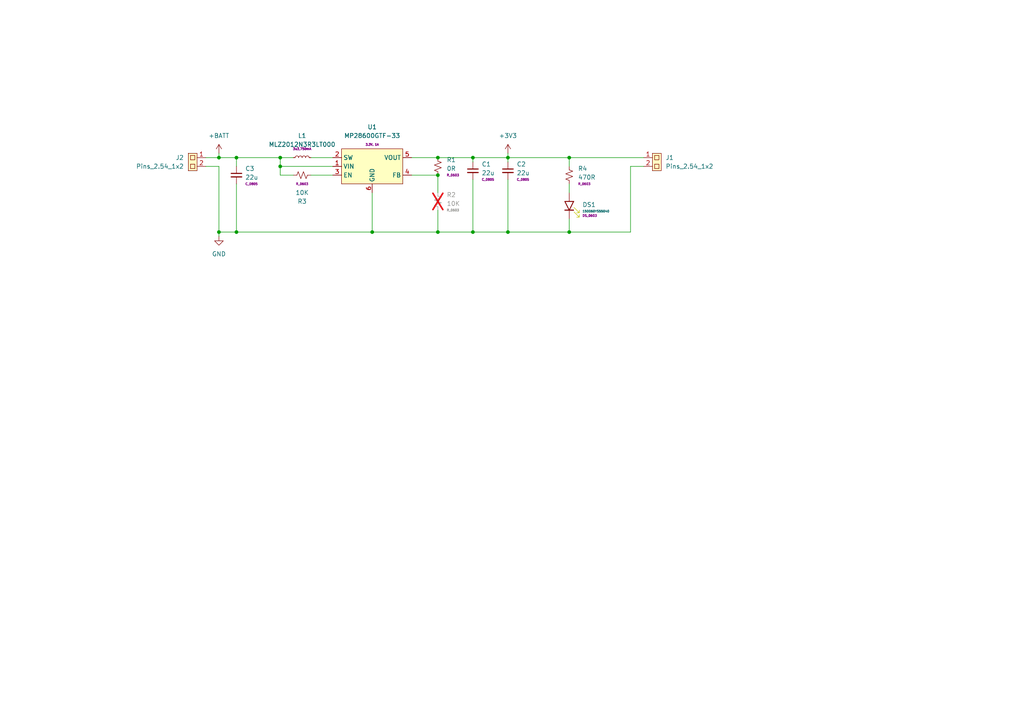
<source format=kicad_sch>
(kicad_sch (version 20230121) (generator eeschema)
  (paper "A4")
  (lib_symbols
    (symbol "C_Capacitor:C_0805" (pin_numbers hide) (pin_names (offset 1.016))
      (property "Reference" "C" (at 3.175 1.905 0))
      (property "Value" "100n" (at 5.08 0 0))
      (property "Size" "C_0805" (at 4.445 -1.905 0))
      (symbol "C_0805_1_1"
        (polyline (pts (xy -1.524 -0.508) (xy 1.524 -0.508)) (stroke (width 0.3302)))
        (polyline (pts (xy -1.524 0.508) (xy 1.524 0.508)) (stroke (width 0.3048)))
        (pin passive line (at 0 2.54 270) (length 2.032) (name "~") (number "1"))
        (pin passive line (at 0 -2.54 90) (length 2.032) (name "~") (number "2"))
      )
    )
    (symbol "DS_LED:150060YS55040" (pin_numbers hide) (pin_names (offset 1.016) hide)
      (property "Reference" "DS" (at 0 2.54 0))
      (property "Value" "150060YS55040" (at 0 -5.08 0))
      (property "Size" "DS_0603" (at 0 -3.81 0))
      (symbol "150060YS55040_1_1"
        (polyline (pts (xy -1.27 -1.27) (xy -1.27 1.27)) (stroke (width 0.254)))
        (polyline (pts (xy -1.27 -1.27) (xy -1.27 1.27)) (stroke (width 0.254)))
        (polyline (pts (xy 1.27 -1.27) (xy 1.27 1.27) (xy -1.27 0) (xy 1.27 -1.27)) (stroke (width 0.254)))
        (polyline (pts (xy -1.778 -1.397) (xy -3.302 -2.921) (xy -2.54 -2.921) (xy -3.302 -2.921) (xy -3.302 -2.159)) (stroke (width 0) (color 194 194 0 1)))
        (polyline (pts (xy -0.508 -1.397) (xy -2.032 -2.921) (xy -1.27 -2.921) (xy -2.032 -2.921) (xy -2.032 -2.159)) (stroke (width 0) (color 194 194 0 1)))
        (pin passive line (at -3.81 0 0) (length 2.54) (name "K") (number "1"))
        (pin passive line (at 3.81 0 180) (length 2.54) (name "A") (number "2"))
      )
    )
    (symbol "J_Connector:Pins_2.54_1x2" (pin_names hide)
      (property "Reference" "J" (at -1.27 6.35 0))
      (property "Value" "Pins_2.54_1x2" (at 0 -1.27 0))
      (symbol "Pins_2.54_1x2_0_1"
        (rectangle (start -1.27 5.08) (end 1.27 0) (stroke (width 0.1524)) (fill (type background)))
        (rectangle (start -0.635 1.905) (end 0.635 0.635) (stroke (width 0.1524)))
        (rectangle (start -0.635 4.445) (end 0.635 3.175) (stroke (width 0.1524)))
      )
      (symbol "Pins_2.54_1x2_1_1"
        (pin passive line (at -3.81 3.81 0) (length 2.54) (name "1") (number "1"))
        (pin passive line (at -3.81 1.27 0) (length 2.54) (name "2") (number "2"))
      )
    )
    (symbol "L_Inductor:MLZ2012M2R2HT000" (pin_numbers hide) (pin_names hide)
      (property "Reference" "L" (at 1.905 1.27 0))
      (property "Value" "MLZ2012M2R2HT000" (at 1.27 -1.27 0))
      (property "Params" "2u2,400mA" (at 1.27 -2.54 0))
      (symbol "MLZ2012M2R2HT000_0_1"
        (arc (start 0 -2.032) (mid 0.5058 -1.524) (end 0 -1.016))
        (arc (start 0 -1.016) (mid 0.5058 -0.508) (end 0 0))
        (arc (start 0 0) (mid 0.5058 0.508) (end 0 1.016))
        (arc (start 0 1.016) (mid 0.5058 1.524) (end 0 2.032))
      )
      (symbol "MLZ2012M2R2HT000_1_1"
        (pin passive line (at 0 2.54 270) (length 0.508) (name "~") (number "1"))
        (pin passive line (at 0 -2.54 90) (length 0.508) (name "~") (number "2"))
      )
    )
    (symbol "R_Resistor:R_0603" (pin_numbers hide) (pin_names (offset 1.016))
      (property "Reference" "R" (at 2.54 1.905 0))
      (property "Value" "10K" (at 3.81 0 0))
      (property "Size" "R_0603" (at 3.81 -1.905 0))
      (symbol "R_0603_1_1"
        (polyline (pts (xy 0 0) (xy 1.016 -0.381) (xy 0 -0.762) (xy -1.016 -1.143) (xy 0 -1.524)))
        (polyline (pts (xy 0 1.524) (xy 1.016 1.143) (xy 0 0.762) (xy -1.016 0.381) (xy 0 0)))
        (pin passive line (at 0 2.54 270) (length 1.016) (name "~") (number "1"))
        (pin passive line (at 0 -2.54 90) (length 1.016) (name "~") (number "2"))
      )
    )
    (symbol "U_Power:MP28600GTF-33"
      (property "Reference" "U" (at -7.62 11.43 0))
      (property "Value" "MP28600GTF-33" (at 11.43 -1.27 0))
      (property "Params" "3.3V, 1A" (at 6.35 -2.54 0))
      (symbol "MP28600GTF-33_0_1"
        (rectangle (start -8.89 10.16) (end 8.89 0) (stroke (width 0.1524)) (fill (type background)))
      )
      (symbol "MP28600GTF-33_1_1"
        (pin power_in line (at -11.43 5.08 0) (length 2.54) (name "VIN") (number "1"))
        (pin passive line (at -11.43 7.62 0) (length 2.54) (name "SW") (number "2"))
        (pin input line (at -11.43 2.54 0) (length 2.54) (name "EN") (number "3"))
        (pin input line (at 11.43 2.54 180) (length 2.54) (name "FB") (number "4"))
        (pin power_out line (at 11.43 7.62 180) (length 2.54) (name "VOUT") (number "5"))
        (pin power_in line (at 0 -2.54 90) (length 2.54) (name "GND") (number "6"))
      )
    )
    (symbol "power:+3V3" (power) (pin_names (offset 0))
      (property "Value" "+3V3" (at 0 3.556 0))
      (symbol "+3V3_0_1"
        (polyline (pts (xy -0.762 1.27) (xy 0 2.54)))
        (polyline (pts (xy 0 0) (xy 0 2.54)))
        (polyline (pts (xy 0 2.54) (xy 0.762 1.27)))
      )
      (symbol "+3V3_1_1"
        (pin power_in line (at 0 0 90) (length 0) hide (name "+3V3") (number "1"))
      )
    )
    (symbol "power:+BATT" (power) (pin_names (offset 0))
      (property "Value" "+BATT" (at 0 3.556 0))
      (symbol "+BATT_0_1"
        (polyline (pts (xy -0.762 1.27) (xy 0 2.54)))
        (polyline (pts (xy 0 0) (xy 0 2.54)))
        (polyline (pts (xy 0 2.54) (xy 0.762 1.27)))
      )
      (symbol "+BATT_1_1"
        (pin power_in line (at 0 0 90) (length 0) hide (name "+BATT") (number "1"))
      )
    )
    (symbol "power:GND" (power) (pin_names (offset 0))
      (property "Value" "GND" (at 0 -3.81 0))
      (symbol "GND_0_1"
        (polyline (pts (xy 0 0) (xy 0 -1.27) (xy 1.27 -1.27) (xy 0 -2.54) (xy -1.27 -1.27) (xy 0 -1.27)))
      )
      (symbol "GND_1_1"
        (pin power_in line (at 0 0 270) (length 0) hide (name "GND") (number "1"))
      )
    )
  )
  (junction (at 165.1 45.72))
  (junction (at 63.5 67.31))
  (junction (at 68.58 45.72))
  (junction (at 107.95 67.31))
  (junction (at 147.32 45.72))
  (junction (at 81.28 48.26))
  (junction (at 127 50.8))
  (junction (at 165.1 67.31))
  (junction (at 127 67.31))
  (junction (at 68.58 67.31))
  (junction (at 63.5 45.72))
  (junction (at 127 45.72))
  (junction (at 137.16 67.31))
  (junction (at 147.32 67.31))
  (junction (at 137.16 45.72))
  (junction (at 81.28 45.72))
  (wire (pts (xy 68.58 67.31) (xy 107.95 67.31)))
  (wire (pts (xy 147.32 45.72) (xy 165.1 45.72)))
  (wire (pts (xy 59.69 45.72) (xy 63.5 45.72)))
  (wire (pts (xy 68.58 48.26) (xy 68.58 45.72)))
  (wire (pts (xy 63.5 67.31) (xy 63.5 68.58)))
  (wire (pts (xy 68.58 45.72) (xy 81.28 45.72)))
  (wire (pts (xy 137.16 45.72) (xy 147.32 45.72)))
  (wire (pts (xy 59.69 48.26) (xy 63.5 48.26)))
  (wire (pts (xy 147.32 67.31) (xy 137.16 67.31)))
  (wire (pts (xy 165.1 45.72) (xy 186.69 45.72)))
  (wire (pts (xy 127 50.8) (xy 127 55.88)))
  (wire (pts (xy 63.5 44.45) (xy 63.5 45.72)))
  (wire (pts (xy 147.32 52.07) (xy 147.32 67.31)))
  (wire (pts (xy 147.32 44.45) (xy 147.32 45.72)))
  (wire (pts (xy 165.1 67.31) (xy 147.32 67.31)))
  (wire (pts (xy 96.52 48.26) (xy 81.28 48.26)))
  (wire (pts (xy 81.28 45.72) (xy 85.09 45.72)))
  (wire (pts (xy 186.69 48.26) (xy 182.88 48.26)))
  (wire (pts (xy 81.28 50.8) (xy 85.09 50.8)))
  (wire (pts (xy 165.1 45.72) (xy 165.1 48.26)))
  (wire (pts (xy 107.95 55.88) (xy 107.95 67.31)))
  (wire (pts (xy 119.38 50.8) (xy 127 50.8)))
  (wire (pts (xy 127 60.96) (xy 127 67.31)))
  (wire (pts (xy 63.5 48.26) (xy 63.5 67.31)))
  (wire (pts (xy 165.1 53.34) (xy 165.1 55.88)))
  (wire (pts (xy 137.16 52.07) (xy 137.16 67.31)))
  (wire (pts (xy 137.16 67.31) (xy 127 67.31)))
  (wire (pts (xy 127 67.31) (xy 107.95 67.31)))
  (wire (pts (xy 68.58 53.34) (xy 68.58 67.31)))
  (wire (pts (xy 165.1 63.5) (xy 165.1 67.31)))
  (wire (pts (xy 182.88 67.31) (xy 165.1 67.31)))
  (wire (pts (xy 127 45.72) (xy 137.16 45.72)))
  (wire (pts (xy 63.5 67.31) (xy 68.58 67.31)))
  (wire (pts (xy 137.16 45.72) (xy 137.16 46.99)))
  (wire (pts (xy 81.28 48.26) (xy 81.28 50.8)))
  (wire (pts (xy 182.88 48.26) (xy 182.88 67.31)))
  (wire (pts (xy 90.17 45.72) (xy 96.52 45.72)))
  (wire (pts (xy 119.38 45.72) (xy 127 45.72)))
  (wire (pts (xy 147.32 45.72) (xy 147.32 46.99)))
  (wire (pts (xy 63.5 45.72) (xy 68.58 45.72)))
  (wire (pts (xy 90.17 50.8) (xy 96.52 50.8)))
  (wire (pts (xy 81.28 48.26) (xy 81.28 45.72)))
  (symbol (lib_id "C_Capacitor:C_0805") (at 137.16 49.53 0) (unit 1)
    (property "Reference" "C1" (at 139.7 47.6313 0) (effects (justify left)))
    (property "Value" "22u" (at 139.7 50.1713 0) (effects (justify left)))
    (property "Footprint" "C_Capacitor:C_0805" (effects hide))
    (property "Size" "C_0805" (at 139.7 52.0763 0) (effects (font (size 0.635 0.635)) (justify left)))
  )
  (symbol (lib_id "DS_LED:150060YS55040") (at 165.1 59.69 90) (unit 1)
    (property "Reference" "DS1" (at 168.91 59.3725 90) (effects (justify right)))
    (property "Value" "150060YS55040" (at 168.91 61.2775 90) (effects (font (size 0.63 0.63)) (justify right)))
    (property "Footprint" "DS_LED:DS_0603" (effects hide))
    (property "Datasheet" "https://www.we-online.com/katalog/datasheet/150060YS55040.pdf" (effects hide))
    (property "Size" "DS_0603" (at 168.91 62.5475 90) (effects (font (size 0.635 0.635)) (justify right)))
  )
  (symbol (lib_id "power:GND") (at 63.5 68.58 0) (unit 1)
    (property "Reference" "#PWR01" (effects hide))
    (property "Value" "GND" (at 63.5 73.66 0))
  )
  (symbol (lib_id "J_Connector:Pins_2.54_1x2") (at 55.88 49.53 0) (mirror y) (unit 1)
    (property "Reference" "J2" (at 53.34 45.72 0) (effects (justify left)))
    (property "Value" "Pins_2.54_1x2" (at 53.34 48.26 0) (effects (justify left)))
    (property "Footprint" "J_Connector:Pins-2.54-1x2" (effects hide))
  )
  (symbol (lib_id "C_Capacitor:C_0805") (at 147.32 49.53 0) (unit 1)
    (property "Reference" "C2" (at 149.86 47.6313 0) (effects (justify left)))
    (property "Value" "22u" (at 149.86 50.1713 0) (effects (justify left)))
    (property "Footprint" "C_Capacitor:C_0805" (effects hide))
    (property "Size" "C_0805" (at 149.86 52.0763 0) (effects (font (size 0.635 0.635)) (justify left)))
  )
  (symbol (lib_id "R_Resistor:R_0603") (at 165.1 50.8 0) (unit 1)
    (property "Reference" "R4" (at 167.64 48.895 0) (effects (justify left)))
    (property "Value" "470R" (at 167.64 51.435 0) (effects (justify left)))
    (property "Footprint" "R_Resistor:R_0603" (effects hide))
    (property "Size" "R_0603" (at 167.64 53.34 0) (effects (font (size 0.635 0.635)) (justify left)))
  )
  (symbol (lib_id "power:+BATT") (at 63.5 44.45 0) (unit 1)
    (property "Reference" "#PWR03" (effects hide))
    (property "Value" "+BATT" (at 63.5 39.37 0))
  )
  (symbol (lib_id "L_Inductor:MLZ2012M2R2HT000") (at 87.63 45.72 90) (unit 1)
    (property "Reference" "L1" (at 87.63 39.37 90))
    (property "Value" "MLZ2012N3R3LT000" (at 87.63 41.91 90))
    (property "Footprint" "L_Inductor:FB_0805" (effects hide))
    (property "Datasheet" "https://product.tdk.com/en/system/files?file=dam/doc/product/inductor/inductor/smd/catalog/inductor_commercial_decoupling_mlz2012_en.pdf" (effects hide))
    (property "Params" "3u3,750mA" (at 87.63 43.18 90) (effects (font (size 0.63 0.63))))
  )
  (symbol (lib_id "R_Resistor:R_0603") (at 87.63 50.8 90) (unit 1)
    (property "Reference" "R3" (at 87.63 58.42 90))
    (property "Value" "10K" (at 87.63 55.88 90))
    (property "Footprint" "R_Resistor:R_0603" (effects hide))
    (property "Size" "R_0603" (at 87.63 53.34 90) (effects (font (size 0.635 0.635))))
  )
  (symbol (lib_id "J_Connector:Pins_2.54_1x2") (at 190.5 49.53 0) (unit 1)
    (property "Reference" "J1" (at 193.04 45.72 0) (effects (justify left)))
    (property "Value" "Pins_2.54_1x2" (at 193.04 48.26 0) (effects (justify left)))
    (property "Footprint" "J_Connector:Pins-2.54-1x2" (effects hide))
  )
  (symbol (lib_id "U_Power:MP28600GTF-33") (at 107.95 53.34 0) (unit 1)
    (property "Reference" "U1" (at 107.95 36.83 0))
    (property "Value" "MP28600GTF-33" (at 107.95 39.37 0))
    (property "Footprint" "U_IC:SOT563" (effects hide))
    (property "Params" "3.3V, 1A" (at 107.95 41.91 0) (effects (font (size 0.6 0.6))))
  )
  (symbol (lib_id "R_Resistor:R_0603") (at 127 48.26 0) (unit 1)
    (property "Reference" "R1" (at 129.54 46.355 0) (effects (justify left)))
    (property "Value" "0R" (at 129.54 48.895 0) (effects (justify left)))
    (property "Footprint" "R_Resistor:R_0603" (effects hide))
    (property "Size" "R_0603" (at 129.54 50.8 0) (effects (font (size 0.635 0.635)) (justify left)))
  )
  (symbol (lib_id "R_Resistor:R_0603") (at 127 58.42 0) (unit 1) (dnp yes)
    (property "Reference" "R2" (at 129.54 56.515 0) (effects (justify left)))
    (property "Value" "10K" (at 129.54 59.055 0) (effects (justify left)))
    (property "Footprint" "R_Resistor:R_0603" (effects hide))
    (property "Size" "R_0603" (at 129.54 60.96 0) (effects (font (size 0.635 0.635)) (justify left)))
  )
  (symbol (lib_id "C_Capacitor:C_0805") (at 68.58 50.8 0) (unit 1)
    (property "Reference" "C3" (at 71.12 48.9013 0) (effects (justify left)))
    (property "Value" "22u" (at 71.12 51.4413 0) (effects (justify left)))
    (property "Footprint" "C_Capacitor:C_0805" (effects hide))
    (property "Size" "C_0805" (at 71.12 53.3463 0) (effects (font (size 0.635 0.635)) (justify left)))
  )
  (symbol (lib_id "power:+3V3") (at 147.32 44.45 0) (unit 1)
    (property "Reference" "#PWR02" (effects hide))
    (property "Value" "+3V3" (at 147.32 39.37 0))
  )
)
</source>
